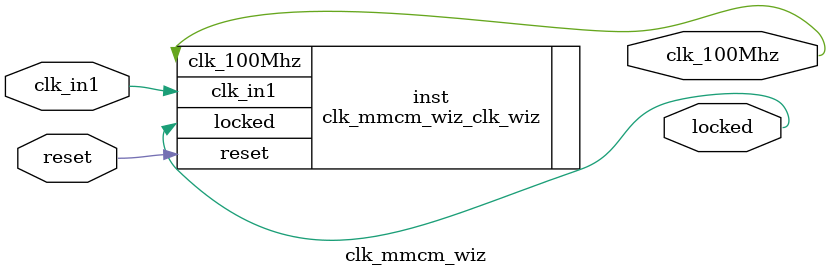
<source format=v>


`timescale 1ps/1ps

(* CORE_GENERATION_INFO = "clk_mmcm_wiz,clk_wiz_v6_0_8_0_0,{component_name=clk_mmcm_wiz,use_phase_alignment=true,use_min_o_jitter=false,use_max_i_jitter=false,use_dyn_phase_shift=false,use_inclk_switchover=false,use_dyn_reconfig=false,enable_axi=0,feedback_source=FDBK_AUTO,PRIMITIVE=MMCM,num_out_clk=1,clkin1_period=10.000,clkin2_period=10.000,use_power_down=false,use_reset=true,use_locked=true,use_inclk_stopped=false,feedback_type=SINGLE,CLOCK_MGR_TYPE=NA,manual_override=false}" *)

module clk_mmcm_wiz 
 (
  // Clock out ports
  output        clk_100Mhz,
  // Status and control signals
  input         reset,
  output        locked,
 // Clock in ports
  input         clk_in1
 );

  clk_mmcm_wiz_clk_wiz inst
  (
  // Clock out ports  
  .clk_100Mhz(clk_100Mhz),
  // Status and control signals               
  .reset(reset), 
  .locked(locked),
 // Clock in ports
  .clk_in1(clk_in1)
  );

endmodule

</source>
